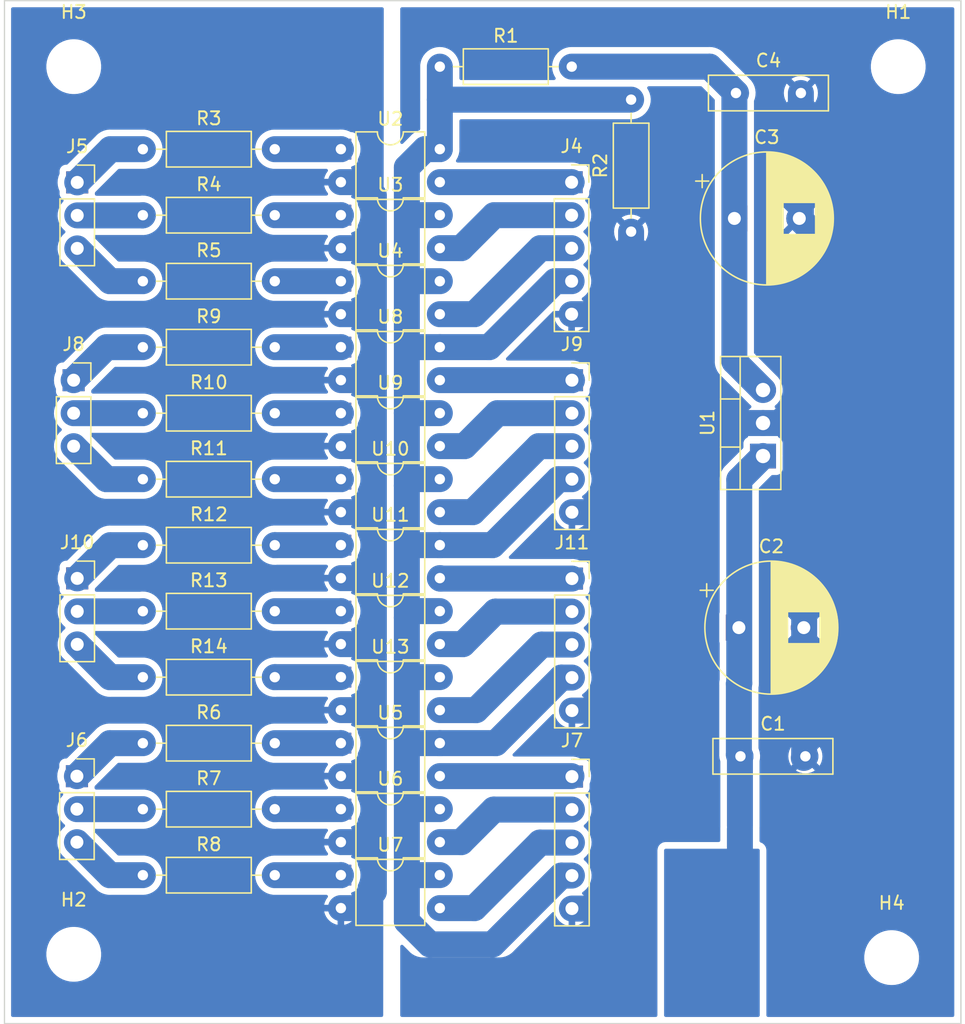
<source format=kicad_pcb>
(kicad_pcb (version 20211014) (generator pcbnew)
  (layers (0 "F.Cu" signal) (31 "B.Cu" signal) (34 "B.Paste" user) (35 "F.Paste" user) (36 "B.SilkS" user "B.Silkscreen") (37 "F.SilkS" user "F.Silkscreen") (38 "B.Mask" user) (39 "F.Mask" user) (44 "Edge.Cuts" user))
  (net 0 "")
  (net 1 "Aout")
  (net 2 "Bout")
  (net 3 "PWMout")
  (net 4 "PSB")
  (net 5 "GNDPWR")
  (net 6 "+12V")
  (net 7 "A")
  (net 8 "Net-(R3-Pad2)")
  (net 9 "B")
  (net 10 "Net-(R4-Pad2)")
  (net 11 "PWM")
  (net 12 "Net-(R5-Pad2)")
  (net 13 "+24V")
  (net 14 "GND")
  (net 15 "3A")
  (net 16 "3B")
  (net 17 "3PWM")
  (net 18 "3Aout")
  (net 19 "3Bout")
  (net 20 "3PWMout")
  (net 21 "1A")
  (net 22 "1B")
  (net 23 "1PWM")
  (net 24 "1Aout")
  (net 25 "1Bout")
  (net 26 "1PWMout")
  (net 27 "2A")
  (net 28 "2B")
  (net 29 "2PWM")
  (net 30 "2Aout")
  (net 31 "2Bout")
  (net 32 "2PWMout")
  (net 33 "Net-(R6-Pad2)")
  (net 34 "Net-(R7-Pad2)")
  (net 35 "Net-(R8-Pad2)")
  (net 36 "Net-(R9-Pad2)")
  (net 37 "Net-(R10-Pad2)")
  (net 38 "Net-(R11-Pad2)")
  (net 39 "Net-(R12-Pad2)")
  (net 40 "Net-(R13-Pad2)")
  (net 41 "Net-(R14-Pad2)")
  (footprint "Package_DIP:DIP-4_W7.62mm" (layer "F.Cu") (at 79.248 107.95)
    (fp_text reference "U10" (at 3.81 -2.33) (layer "F.SilkS"))
    (fp_text value "TLP222A")
    (pad "1" thru_hole rect (at 0 0) (size 1.6 1.6) (drill 0.8) (layers *.Cu *.Mask) (net 38 "Net-(R11-Pad2)"))
    (pad "2" thru_hole oval (at 0 2.54) (size 1.6 1.6) (drill 0.8) (layers *.Cu *.Mask) (net 14 "GND"))
    (pad "3" thru_hole oval (at 7.62 2.54) (size 1.6 1.6) (drill 0.8) (layers *.Cu *.Mask) (net 26 "1PWMout"))
    (pad "4" thru_hole oval (at 7.62 0) (size 1.6 1.6) (drill 0.8) (layers *.Cu *.Mask) (net 4 "PSB"))
  )
  (footprint "Connector_PinSocket_2.54mm:PinSocket_1x05_P2.54mm_Vertical" (layer "F.Cu") (at 97.018 85.095)
    (fp_text reference "J4" (at 0 -2.77) (layer "F.SilkS"))
    (fp_text value "Conn_01x05")
    (pad "1" thru_hole rect (at 0 0) (size 1.7 1.7) (drill 1) (layers *.Cu *.Mask) (net 1 "Aout"))
    (pad "2" thru_hole oval (at 0 2.54) (size 1.7 1.7) (drill 1) (layers *.Cu *.Mask) (net 2 "Bout"))
    (pad "3" thru_hole oval (at 0 5.08) (size 1.7 1.7) (drill 1) (layers *.Cu *.Mask) (net 3 "PWMout"))
    (pad "4" thru_hole oval (at 0 7.62) (size 1.7 1.7) (drill 1) (layers *.Cu *.Mask) (net 4 "PSB"))
    (pad "5" thru_hole oval (at 0 10.16) (size 1.7 1.7) (drill 1) (layers *.Cu *.Mask) (net 5 "GNDPWR"))
  )
  (footprint "Package_DIP:DIP-4_W7.62mm" (layer "F.Cu") (at 79.248 133.35)
    (fp_text reference "U6" (at 3.81 -2.33) (layer "F.SilkS"))
    (fp_text value "TLP222A")
    (pad "1" thru_hole rect (at 0 0) (size 1.6 1.6) (drill 0.8) (layers *.Cu *.Mask) (net 34 "Net-(R7-Pad2)"))
    (pad "2" thru_hole oval (at 0 2.54) (size 1.6 1.6) (drill 0.8) (layers *.Cu *.Mask) (net 14 "GND"))
    (pad "3" thru_hole oval (at 7.62 2.54) (size 1.6 1.6) (drill 0.8) (layers *.Cu *.Mask) (net 19 "3Bout"))
    (pad "4" thru_hole oval (at 7.62 0) (size 1.6 1.6) (drill 0.8) (layers *.Cu *.Mask) (net 4 "PSB"))
  )
  (footprint "Resistor_THT:R_Axial_DIN0207_L6.3mm_D2.5mm_P10.16mm_Horizontal" (layer "F.Cu") (at 63.998 133.355)
    (fp_text reference "R7" (at 5.08 -2.37) (layer "F.SilkS"))
    (fp_text value "100")
    (pad "1" thru_hole circle (at 0 0) (size 1.6 1.6) (drill 0.8) (layers *.Cu *.Mask) (net 16 "3B"))
    (pad "2" thru_hole oval (at 10.16 0) (size 1.6 1.6) (drill 0.8) (layers *.Cu *.Mask) (net 34 "Net-(R7-Pad2)"))
  )
  (footprint "Resistor_THT:R_Axial_DIN0207_L6.3mm_D2.5mm_P10.16mm_Horizontal" (layer "F.Cu") (at 63.998 102.875)
    (fp_text reference "R10" (at 5.08 -2.37) (layer "F.SilkS"))
    (fp_text value "100")
    (pad "1" thru_hole circle (at 0 0) (size 1.6 1.6) (drill 0.8) (layers *.Cu *.Mask) (net 22 "1B"))
    (pad "2" thru_hole oval (at 10.16 0) (size 1.6 1.6) (drill 0.8) (layers *.Cu *.Mask) (net 37 "Net-(R10-Pad2)"))
  )
  (footprint "Package_DIP:DIP-4_W7.62mm" (layer "F.Cu") (at 79.248 123.19)
    (fp_text reference "U13" (at 3.81 -2.33) (layer "F.SilkS"))
    (fp_text value "TLP222A")
    (pad "1" thru_hole rect (at 0 0) (size 1.6 1.6) (drill 0.8) (layers *.Cu *.Mask) (net 41 "Net-(R14-Pad2)"))
    (pad "2" thru_hole oval (at 0 2.54) (size 1.6 1.6) (drill 0.8) (layers *.Cu *.Mask) (net 14 "GND"))
    (pad "3" thru_hole oval (at 7.62 2.54) (size 1.6 1.6) (drill 0.8) (layers *.Cu *.Mask) (net 32 "2PWMout"))
    (pad "4" thru_hole oval (at 7.62 0) (size 1.6 1.6) (drill 0.8) (layers *.Cu *.Mask) (net 4 "PSB"))
  )
  (footprint "Resistor_THT:R_Axial_DIN0207_L6.3mm_D2.5mm_P10.16mm_Horizontal" (layer "F.Cu") (at 63.998 113.035)
    (fp_text reference "R12" (at 5.08 -2.37) (layer "F.SilkS"))
    (fp_text value "100")
    (pad "1" thru_hole circle (at 0 0) (size 1.6 1.6) (drill 0.8) (layers *.Cu *.Mask) (net 27 "2A"))
    (pad "2" thru_hole oval (at 10.16 0) (size 1.6 1.6) (drill 0.8) (layers *.Cu *.Mask) (net 39 "Net-(R12-Pad2)"))
  )
  (footprint "Connector_PinSocket_2.54mm:PinSocket_1x05_P2.54mm_Vertical" (layer "F.Cu") (at 97.043 130.845)
    (fp_text reference "J7" (at 0 -2.77) (layer "F.SilkS"))
    (fp_text value "Conn_01x05")
    (pad "1" thru_hole rect (at 0 0) (size 1.7 1.7) (drill 1) (layers *.Cu *.Mask) (net 18 "3Aout"))
    (pad "2" thru_hole oval (at 0 2.54) (size 1.7 1.7) (drill 1) (layers *.Cu *.Mask) (net 19 "3Bout"))
    (pad "3" thru_hole oval (at 0 5.08) (size 1.7 1.7) (drill 1) (layers *.Cu *.Mask) (net 20 "3PWMout"))
    (pad "4" thru_hole oval (at 0 7.62) (size 1.7 1.7) (drill 1) (layers *.Cu *.Mask) (net 4 "PSB"))
    (pad "5" thru_hole oval (at 0 10.16) (size 1.7 1.7) (drill 1) (layers *.Cu *.Mask) (net 5 "GNDPWR"))
  )
  (footprint "Capacitor_THT:CP_Radial_D10.0mm_P5.00mm" (layer "F.Cu") (at 109.554 87.884)
    (fp_text reference "C3" (at 2.5 -6.25) (layer "F.SilkS"))
    (fp_text value "10~100u")
    (pad "1" thru_hole rect (at 0 0) (size 2 2) (drill 1) (layers *.Cu *.Mask) (net 6 "+12V"))
    (pad "2" thru_hole circle (at 5 0) (size 2 2) (drill 1) (layers *.Cu *.Mask) (net 5 "GNDPWR"))
  )
  (footprint "Capacitor_THT:C_Disc_D9.0mm_W2.5mm_P5.00mm" (layer "F.Cu") (at 109.675677 78.232)
    (fp_text reference "C4" (at 2.5 -2.5) (layer "F.SilkS"))
    (fp_text value "0.1u")
    (pad "1" thru_hole circle (at 0 0) (size 1.6 1.6) (drill 0.8) (layers *.Cu *.Mask) (net 6 "+12V"))
    (pad "2" thru_hole circle (at 5 0) (size 1.6 1.6) (drill 0.8) (layers *.Cu *.Mask) (net 5 "GNDPWR"))
  )
  (footprint "Resistor_THT:R_Axial_DIN0207_L6.3mm_D2.5mm_P10.16mm_Horizontal" (layer "F.Cu") (at 63.998 97.795)
    (fp_text reference "R9" (at 5.08 -2.37) (layer "F.SilkS"))
    (fp_text value "100")
    (pad "1" thru_hole circle (at 0 0) (size 1.6 1.6) (drill 0.8) (layers *.Cu *.Mask) (net 21 "1A"))
    (pad "2" thru_hole oval (at 10.16 0) (size 1.6 1.6) (drill 0.8) (layers *.Cu *.Mask) (net 36 "Net-(R9-Pad2)"))
  )
  (footprint "Resistor_THT:R_Axial_DIN0207_L6.3mm_D2.5mm_P10.16mm_Horizontal" (layer "F.Cu") (at 63.998 138.435)
    (fp_text reference "R8" (at 5.08 -2.37) (layer "F.SilkS"))
    (fp_text value "100")
    (pad "1" thru_hole circle (at 0 0) (size 1.6 1.6) (drill 0.8) (layers *.Cu *.Mask) (net 17 "3PWM"))
    (pad "2" thru_hole oval (at 10.16 0) (size 1.6 1.6) (drill 0.8) (layers *.Cu *.Mask) (net 35 "Net-(R8-Pad2)"))
  )
  (footprint "Connector_PinSocket_2.54mm:PinSocket_1x03_P2.54mm_Vertical" (layer "F.Cu") (at 58.918 130.815)
    (fp_text reference "J6" (at 0 -2.77) (layer "F.SilkS"))
    (fp_text value "Conn_01x03")
    (pad "1" thru_hole rect (at 0 0) (size 1.7 1.7) (drill 1) (layers *.Cu *.Mask) (net 15 "3A"))
    (pad "2" thru_hole oval (at 0 2.54) (size 1.7 1.7) (drill 1) (layers *.Cu *.Mask) (net 16 "3B"))
    (pad "3" thru_hole oval (at 0 5.08) (size 1.7 1.7) (drill 1) (layers *.Cu *.Mask) (net 17 "3PWM"))
  )
  (footprint "Resistor_THT:R_Axial_DIN0207_L6.3mm_D2.5mm_P10.16mm_Horizontal" (layer "F.Cu") (at 86.868 76.2)
    (fp_text reference "R1" (at 5.08 -2.37) (layer "F.SilkS"))
    (fp_text value "1k")
    (pad "1" thru_hole circle (at 0 0) (size 1.6 1.6) (drill 0.8) (layers *.Cu *.Mask) (net 4 "PSB"))
    (pad "2" thru_hole oval (at 10.16 0) (size 1.6 1.6) (drill 0.8) (layers *.Cu *.Mask) (net 6 "+12V"))
  )
  (footprint "Package_DIP:DIP-4_W7.62mm" (layer "F.Cu") (at 79.248 97.79)
    (fp_text reference "U8" (at 3.81 -2.33) (layer "F.SilkS"))
    (fp_text value "TLP222A")
    (pad "1" thru_hole rect (at 0 0) (size 1.6 1.6) (drill 0.8) (layers *.Cu *.Mask) (net 36 "Net-(R9-Pad2)"))
    (pad "2" thru_hole oval (at 0 2.54) (size 1.6 1.6) (drill 0.8) (layers *.Cu *.Mask) (net 14 "GND"))
    (pad "3" thru_hole oval (at 7.62 2.54) (size 1.6 1.6) (drill 0.8) (layers *.Cu *.Mask) (net 24 "1Aout"))
    (pad "4" thru_hole oval (at 7.62 0) (size 1.6 1.6) (drill 0.8) (layers *.Cu *.Mask) (net 4 "PSB"))
  )
  (footprint "Resistor_THT:R_Axial_DIN0207_L6.3mm_D2.5mm_P10.16mm_Horizontal" (layer "F.Cu") (at 63.998 87.635)
    (fp_text reference "R4" (at 5.08 -2.37) (layer "F.SilkS"))
    (fp_text value "100")
    (pad "1" thru_hole circle (at 0 0) (size 1.6 1.6) (drill 0.8) (layers *.Cu *.Mask) (net 9 "B"))
    (pad "2" thru_hole oval (at 10.16 0) (size 1.6 1.6) (drill 0.8) (layers *.Cu *.Mask) (net 10 "Net-(R4-Pad2)"))
  )
  (footprint "Resistor_THT:R_Axial_DIN0207_L6.3mm_D2.5mm_P10.16mm_Horizontal" (layer "F.Cu") (at 63.998 92.715)
    (fp_text reference "R5" (at 5.08 -2.37) (layer "F.SilkS"))
    (fp_text value "100")
    (pad "1" thru_hole circle (at 0 0) (size 1.6 1.6) (drill 0.8) (layers *.Cu *.Mask) (net 11 "PWM"))
    (pad "2" thru_hole oval (at 10.16 0) (size 1.6 1.6) (drill 0.8) (layers *.Cu *.Mask) (net 12 "Net-(R5-Pad2)"))
  )
  (footprint "Resistor_THT:R_Axial_DIN0207_L6.3mm_D2.5mm_P10.16mm_Horizontal" (layer "F.Cu") (at 63.998 128.275)
    (fp_text reference "R6" (at 5.08 -2.37) (layer "F.SilkS"))
    (fp_text value "100")
    (pad "1" thru_hole circle (at 0 0) (size 1.6 1.6) (drill 0.8) (layers *.Cu *.Mask) (net 15 "3A"))
    (pad "2" thru_hole oval (at 10.16 0) (size 1.6 1.6) (drill 0.8) (layers *.Cu *.Mask) (net 33 "Net-(R6-Pad2)"))
  )
  (footprint "Capacitor_THT:CP_Radial_D10.0mm_P5.00mm" (layer "F.Cu") (at 109.900323 119.38)
    (fp_text reference "C2" (at 2.5 -6.25) (layer "F.SilkS"))
    (fp_text value "10~100u")
    (pad "1" thru_hole rect (at 0 0) (size 2 2) (drill 1) (layers *.Cu *.Mask) (net 13 "+24V"))
    (pad "2" thru_hole circle (at 5 0) (size 2 2) (drill 1) (layers *.Cu *.Mask) (net 5 "GNDPWR"))
  )
  (footprint "Connector_PinSocket_2.54mm:PinSocket_1x05_P2.54mm_Vertical" (layer "F.Cu") (at 97.043 100.335)
    (fp_text reference "J9" (at 0 -2.77) (layer "F.SilkS"))
    (fp_text value "Conn_01x05")
    (pad "1" thru_hole rect (at 0 0) (size 1.7 1.7) (drill 1) (layers *.Cu *.Mask) (net 24 "1Aout"))
    (pad "2" thru_hole oval (at 0 2.54) (size 1.7 1.7) (drill 1) (layers *.Cu *.Mask) (net 25 "1Bout"))
    (pad "3" thru_hole oval (at 0 5.08) (size 1.7 1.7) (drill 1) (layers *.Cu *.Mask) (net 26 "1PWMout"))
    (pad "4" thru_hole oval (at 0 7.62) (size 1.7 1.7) (drill 1) (layers *.Cu *.Mask) (net 4 "PSB"))
    (pad "5" thru_hole oval (at 0 10.16) (size 1.7 1.7) (drill 1) (layers *.Cu *.Mask) (net 5 "GNDPWR"))
  )
  (footprint "Package_DIP:DIP-4_W7.62mm" (layer "F.Cu") (at 79.248 102.87)
    (fp_text reference "U9" (at 3.81 -2.33) (layer "F.SilkS"))
    (fp_text value "TLP222A")
    (pad "1" thru_hole rect (at 0 0) (size 1.6 1.6) (drill 0.8) (layers *.Cu *.Mask) (net 37 "Net-(R10-Pad2)"))
    (pad "2" thru_hole oval (at 0 2.54) (size 1.6 1.6) (drill 0.8) (layers *.Cu *.Mask) (net 14 "GND"))
    (pad "3" thru_hole oval (at 7.62 2.54) (size 1.6 1.6) (drill 0.8) (layers *.Cu *.Mask) (net 25 "1Bout"))
    (pad "4" thru_hole oval (at 7.62 0) (size 1.6 1.6) (drill 0.8) (layers *.Cu *.Mask) (net 4 "PSB"))
  )
  (footprint "Capacitor_THT:C_Disc_D9.0mm_W2.5mm_P5.00mm" (layer "F.Cu") (at 110.022 129.286)
    (fp_text reference "C1" (at 2.5 -2.5) (layer "F.SilkS"))
    (fp_text value "0.1u")
    (pad "1" thru_hole circle (at 0 0) (size 1.6 1.6) (drill 0.8) (layers *.Cu *.Mask) (net 13 "+24V"))
    (pad "2" thru_hole circle (at 5 0) (size 1.6 1.6) (drill 0.8) (layers *.Cu *.Mask) (net 5 "GNDPWR"))
  )
  (footprint "Resistor_THT:R_Axial_DIN0207_L6.3mm_D2.5mm_P10.16mm_Horizontal" (layer "F.Cu") (at 101.6 88.9 90)
    (fp_text reference "R2" (at 5.08 -2.37 90) (layer "F.SilkS"))
    (fp_text value "2k")
    (pad "1" thru_hole circle (at 0 0 90) (size 1.6 1.6) (drill 0.8) (layers *.Cu *.Mask) (net 5 "GNDPWR"))
    (pad "2" thru_hole oval (at 10.16 0 90) (size 1.6 1.6) (drill 0.8) (layers *.Cu *.Mask) (net 4 "PSB"))
  )
  (footprint "MountingHole:MountingHole_3.2mm_M3" (layer "F.Cu") (at 58.674 76.2)
    (fp_text reference "H3" (at 0 -4.2) (layer "F.SilkS"))
    (fp_text value "MountingHole")
    (pad "" np_thru_hole circle (at 0 0) (size 3.2 3.2) (drill 3.2) (layers *.Cu *.Mask))
  )
  (footprint "Resistor_THT:R_Axial_DIN0207_L6.3mm_D2.5mm_P10.16mm_Horizontal" (layer "F.Cu") (at 63.998 123.195)
    (fp_text reference "R14" (at 5.08 -2.37) (layer "F.SilkS"))
    (fp_text value "100")
    (pad "1" thru_hole circle (at 0 0) (size 1.6 1.6) (drill 0.8) (layers *.Cu *.Mask) (net 29 "2PWM"))
    (pad "2" thru_hole oval (at 10.16 0) (size 1.6 1.6) (drill 0.8) (layers *.Cu *.Mask) (net 41 "Net-(R14-Pad2)"))
  )
  (footprint "Package_DIP:DIP-4_W7.62mm" (layer "F.Cu") (at 79.248 128.27)
    (fp_text reference "U5" (at 3.81 -2.33) (layer "F.SilkS"))
    (fp_text value "TLP222A")
    (pad "1" thru_hole rect (at 0 0) (size 1.6 1.6) (drill 0.8) (layers *.Cu *.Mask) (net 33 "Net-(R6-Pad2)"))
    (pad "2" thru_hole oval (at 0 2.54) (size 1.6 1.6) (drill 0.8) (layers *.Cu *.Mask) (net 14 "GND"))
    (pad "3" thru_hole oval (at 7.62 2.54) (size 1.6 1.6) (drill 0.8) (layers *.Cu *.Mask) (net 18 "3Aout"))
    (pad "4" thru_hole oval (at 7.62 0) (size 1.6 1.6) (drill 0.8) (layers *.Cu *.Mask) (net 4 "PSB"))
  )
  (footprint "Package_DIP:DIP-4_W7.62mm" (layer "F.Cu") (at 79.248 118.11)
    (fp_text reference "U12" (at 3.81 -2.33) (layer "F.SilkS"))
    (fp_text value "TLP222A")
    (pad "1" thru_hole rect (at 0 0) (size 1.6 1.6) (drill 0.8) (layers *.Cu *.Mask) (net 40 "Net-(R13-Pad2)"))
    (pad "2" thru_hole oval (at 0 2.54) (size 1.6 1.6) (drill 0.8) (layers *.Cu *.Mask) (net 14 "GND"))
    (pad "3" thru_hole oval (at 7.62 2.54) (size 1.6 1.6) (drill 0.8) (layers *.Cu *.Mask) (net 31 "2Bout"))
    (pad "4" thru_hole oval (at 7.62 0) (size 1.6 1.6) (drill 0.8) (layers *.Cu *.Mask) (net 4 "PSB"))
  )
  (footprint "Package_DIP:DIP-4_W7.62mm" (layer "F.Cu") (at 79.248 82.55)
    (fp_text reference "U2" (at 3.81 -2.33) (layer "F.SilkS"))
    (fp_text value "TLP222A")
    (pad "1" thru_hole rect (at 0 0) (size 1.6 1.6) (drill 0.8) (layers *.Cu *.Mask) (net 8 "Net-(R3-Pad2)"))
    (pad "2" thru_hole oval (at 0 2.54) (size 1.6 1.6) (drill 0.8) (layers *.Cu *.Mask) (net 14 "GND"))
    (pad "3" thru_hole oval (at 7.62 2.54) (size 1.6 1.6) (drill 0.8) (layers *.Cu *.Mask) (net 1 "Aout"))
    (pad "4" thru_hole oval (at 7.62 0) (size 1.6 1.6) (drill 0.8) (layers *.Cu *.Mask) (net 4 "PSB"))
  )
  (footprint "Package_DIP:DIP-4_W7.62mm" (layer "F.Cu") (at 79.248 87.63)
    (fp_text reference "U3" (at 3.81 -2.33) (layer "F.SilkS"))
    (fp_text value "TLP222A")
    (pad "1" thru_hole rect (at 0 0) (size 1.6 1.6) (drill 0.8) (layers *.Cu *.Mask) (net 10 "Net-(R4-Pad2)"))
    (pad "2" thru_hole oval (at 0 2.54) (size 1.6 1.6) (drill 0.8) (layers *.Cu *.Mask) (net 14 "GND"))
    (pad "3" thru_hole oval (at 7.62 2.54) (size 1.6 1.6) (drill 0.8) (layers *.Cu *.Mask) (net 2 "Bout"))
    (pad "4" thru_hole oval (at 7.62 0) (size 1.6 1.6) (drill 0.8) (layers *.Cu *.Mask) (net 4 "PSB"))
  )
  (footprint "Resistor_THT:R_Axial_DIN0207_L6.3mm_D2.5mm_P10.16mm_Horizontal" (layer "F.Cu") (at 63.998 118.115)
    (fp_text reference "R13" (at 5.08 -2.37) (layer "F.SilkS"))
    (fp_text value "100")
    (pad "1" thru_hole circle (at 0 0) (size 1.6 1.6) (drill 0.8) (layers *.Cu *.Mask) (net 28 "2B"))
    (pad "2" thru_hole oval (at 10.16 0) (size 1.6 1.6) (drill 0.8) (layers *.Cu *.Mask) (net 40 "Net-(R13-Pad2)"))
  )
  (footprint "Resistor_THT:R_Axial_DIN0207_L6.3mm_D2.5mm_P10.16mm_Horizontal" (layer "F.Cu") (at 63.998 82.555)
    (fp_text reference "R3" (at 5.08 -2.37) (layer "F.SilkS"))
    (fp_text value "100")
    (pad "1" thru_hole circle (at 0 0) (size 1.6 1.6) (drill 0.8) (layers *.Cu *.Mask) (net 7 "A"))
    (pad "2" thru_hole oval (at 10.16 0) (size 1.6 1.6) (drill 0.8) (layers *.Cu *.Mask) (net 8 "Net-(R3-Pad2)"))
  )
  (footprint "MountingHole:MountingHole_3.2mm_M3" (layer "F.Cu") (at 58.674 144.526)
    (fp_text reference "H2" (at 0 -4.2) (layer "F.SilkS"))
    (fp_text value "MountingHole")
    (pad "" np_thru_hole circle (at 0 0) (size 3.2 3.2) (drill 3.2) (layers *.Cu *.Mask))
  )
  (footprint "Connector_PinSocket_2.54mm:PinSocket_1x03_P2.54mm_Vertical" (layer "F.Cu") (at 58.664 100.335)
    (fp_text reference "J8" (at 0 -2.77) (layer "F.SilkS"))
    (fp_text value "Conn_01x03")
    (pad "1" thru_hole rect (at 0 0) (size 1.7 1.7) (drill 1) (layers *.Cu *.Mask) (net 21 "1A"))
    (pad "2" thru_hole oval (at 0 2.54) (size 1.7 1.7) (drill 1) (layers *.Cu *.Mask) (net 22 "1B"))
    (pad "3" thru_hole oval (at 0 5.08) (size 1.7 1.7) (drill 1) (layers *.Cu *.Mask) (net 23 "1PWM"))
  )
  (footprint "Resistor_THT:R_Axial_DIN0207_L6.3mm_D2.5mm_P10.16mm_Horizontal" (layer "F.Cu") (at 63.998 107.955)
    (fp_text reference "R11" (at 5.08 -2.37) (layer "F.SilkS"))
    (fp_text value "100")
    (pad "1" thru_hole circle (at 0 0) (size 1.6 1.6) (drill 0.8) (layers *.Cu *.Mask) (net 23 "1PWM"))
    (pad "2" thru_hole oval (at 10.16 0) (size 1.6 1.6) (drill 0.8) (layers *.Cu *.Mask) (net 38 "Net-(R11-Pad2)"))
  )
  (footprint "Package_DIP:DIP-4_W7.62mm" (layer "F.Cu") (at 79.248 113.03)
    (fp_text reference "U11" (at 3.81 -2.33) (layer "F.SilkS"))
    (fp_text value "TLP222A")
    (pad "1" thru_hole rect (at 0 0) (size 1.6 1.6) (drill 0.8) (layers *.Cu *.Mask) (net 39 "Net-(R12-Pad2)"))
    (pad "2" thru_hole oval (at 0 2.54) (size 1.6 1.6) (drill 0.8) (layers *.Cu *.Mask) (net 14 "GND"))
    (pad "3" thru_hole oval (at 7.62 2.54) (size 1.6 1.6) (drill 0.8) (layers *.Cu *.Mask) (net 30 "2Aout"))
    (pad "4" thru_hole oval (at 7.62 0) (size 1.6 1.6) (drill 0.8) (layers *.Cu *.Mask) (net 4 "PSB"))
  )
  (footprint "Connector_PinSocket_2.54mm:PinSocket_1x03_P2.54mm_Vertical" (layer "F.Cu") (at 58.943 85.11)
    (fp_text reference "J5" (at 0 -2.77) (layer "F.SilkS"))
    (fp_text value "Conn_01x03")
    (pad "1" thru_hole rect (at 0 0) (size 1.7 1.7) (drill 1) (layers *.Cu *.Mask) (net 7 "A"))
    (pad "2" thru_hole oval (at 0 2.54) (size 1.7 1.7) (drill 1) (layers *.Cu *.Mask) (net 9 "B"))
    (pad "3" thru_hole oval (at 0 5.08) (size 1.7 1.7) (drill 1) (layers *.Cu *.Mask) (net 11 "PWM"))
  )
  (footprint "Package_DIP:DIP-4_W7.62mm" (layer "F.Cu") (at 79.248 138.43)
    (fp_text reference "U7" (at 3.81 -2.33) (layer "F.SilkS"))
    (fp_text value "TLP222A")
    (pad "1" thru_hole rect (at 0 0) (size 1.6 1.6) (drill 0.8) (layers *.Cu *.Mask) (net 35 "Net-(R8-Pad2)"))
    (pad "2" thru_hole oval (at 0 2.54) (size 1.6 1.6) (drill 0.8) (layers *.Cu *.Mask) (net 14 "GND"))
    (pad "3" thru_hole oval (at 7.62 2.54) (size 1.6 1.6) (drill 0.8) (layers *.Cu *.Mask) (net 20 "3PWMout"))
    (pad "4" thru_hole oval (at 7.62 0) (size 1.6 1.6) (drill 0.8) (layers *.Cu *.Mask) (net 4 "PSB"))
  )
  (footprint "Package_DIP:DIP-4_W7.62mm" (layer "F.Cu") (at 79.248 92.715)
    (fp_text reference "U4" (at 3.81 -2.33) (layer "F.SilkS"))
    (fp_text value "TLP222A")
    (pad "1" thru_hole rect (at 0 0) (size 1.6 1.6) (drill 0.8) (layers *.Cu *.Mask) (net 12 "Net-(R5-Pad2)"))
    (pad "2" thru_hole oval (at 0 2.54) (size 1.6 1.6) (drill 0.8) (layers *.Cu *.Mask) (net 14 "GND"))
    (pad "3" thru_hole oval (at 7.62 2.54) (size 1.6 1.6) (drill 0.8) (layers *.Cu *.Mask) (net 3 "PWMout"))
    (pad "4" thru_hole oval (at 7.62 0) (size 1.6 1.6) (drill 0.8) (layers *.Cu *.Mask) (net 4 "PSB"))
  )
  (footprint "Connector_PinSocket_2.54mm:PinSocket_1x03_P2.54mm_Vertical" (layer "F.Cu") (at 58.943 115.59)
    (fp_text reference "J10" (at 0 -2.77) (layer "F.SilkS"))
    (fp_text value "Conn_01x03")
    (pad "1" thru_hole rect (at 0 0) (size 1.7 1.7) (drill 1) (layers *.Cu *.Mask) (net 27 "2A"))
    (pad "2" thru_hole oval (at 0 2.54) (size 1.7 1.7) (drill 1) (layers *.Cu *.Mask) (net 28 "2B"))
    (pad "3" thru_hole oval (at 0 5.08) (size 1.7 1.7) (drill 1) (layers *.Cu *.Mask) (net 29 "2PWM"))
  )
  (footprint "Package_TO_SOT_THT:TO-220-3_Vertical" (layer "F.Cu") (at 111.76 106.172 90)
    (fp_text reference "U1" (at 2.54 -4.27 90) (layer "F.SilkS"))
    (fp_text value "LM7812_TO220")
    (pad "1" thru_hole rect (at 0 0 90) (size 1.905 2) (drill 1.1) (layers *.Cu *.Mask) (net 13 "+24V"))
    (pad "2" thru_hole oval (at 2.54 0 90) (size 1.905 2) (drill 1.1) (layers *.Cu *.Mask) (net 5 "GNDPWR"))
    (pad "3" thru_hole oval (at 5.08 0 90) (size 1.905 2) (drill 1.1) (layers *.Cu *.Mask) (net 6 "+12V"))
  )
  (footprint "MountingHole:MountingHole_3.2mm_M3" (layer "F.Cu") (at 121.666 144.78)
    (fp_text reference "H4" (at 0 -4.2) (layer "F.SilkS"))
    (fp_text value "MountingHole")
    (pad "" np_thru_hole circle (at 0 0) (size 3.2 3.2) (drill 3.2) (layers *.Cu *.Mask))
  )
  (footprint "MountingHole:MountingHole_3.2mm_M3" (layer "F.Cu") (at 122.174 76.2)
    (fp_text reference "H1" (at 0 -4.2) (layer "F.SilkS"))
    (fp_text value "MountingHole")
    (pad "" np_thru_hole circle (at 0 0) (size 3.2 3.2) (drill 3.2) (layers *.Cu *.Mask))
  )
  (footprint "Connector_PinSocket_2.54mm:PinSocket_1x05_P2.54mm_Vertical" (layer "F.Cu") (at 97.043 115.605)
    (fp_text reference "J11" (at 0 -2.77) (layer "F.SilkS"))
    (fp_text value "Conn_01x05")
    (pad "1" thru_hole rect (at 0 0) (size 1.7 1.7) (drill 1) (layers *.Cu *.Mask) (net 30 "2Aout"))
    (pad "2" thru_hole oval (at 0 2.54) (size 1.7 1.7) (drill 1) (layers *.Cu *.Mask) (net 31 "2Bout"))
    (pad "3" thru_hole oval (at 0 5.08) (size 1.7 1.7) (drill 1) (layers *.Cu *.Mask) (net 32 "2PWMout"))
    (pad "4" thru_hole oval (at 0 7.62) (size 1.7 1.7) (drill 1) (layers *.Cu *.Mask) (net 4 "PSB"))
    (pad "5" thru_hole oval (at 0 10.16) (size 1.7 1.7) (drill 1) (layers *.Cu *.Mask) (net 5 "GNDPWR"))
  )
  (gr_line (start 53.34 149.86) (end 127 149.86) (layer "Edge.Cuts") (width 0.1))
  (gr_line (start 127 71.12) (end 53.34 71.12) (layer "Edge.Cuts") (width 0.1))
  (gr_line (start 53.34 71.12) (end 53.34 149.86) (layer "Edge.Cuts") (width 0.1))
  (gr_line (start 127 149.86) (end 127 71.12) (layer "Edge.Cuts") (width 0.1))
  (segment (start 86.868 85.09) (end 97.013 85.09) (width 2) (layer "B.Cu") (net 1))
  (segment (start 97.013 85.09) (end 97.018 85.095) (width 2) (layer "B.Cu") (net 1))
  (segment (start 97.018 87.635) (end 91.054 87.635) (width 2) (layer "B.Cu") (net 2))
  (segment (start 91.054 87.635) (end 88.519 90.17) (width 2) (layer "B.Cu") (net 2))
  (segment (start 86.868 90.17) (end 88.519 90.17) (width 2) (layer "B.Cu") (net 2))
  (segment (start 86.868 95.255) (end 89.53 95.255) (width 2) (layer "B.Cu") (net 3))
  (segment (start 94.61 90.175) (end 97.018 90.175) (width 2) (layer "B.Cu") (net 3))
  (segment (start 89.53 95.255) (end 94.61 90.175) (width 2) (layer "B.Cu") (net 3))
  (segment (start 84.836 97.79) (end 84.328 97.282) (width 2) (layer "B.Cu") (net 4))
  (segment (start 84.836 118.11) (end 84.328 118.618) (width 2) (layer "B.Cu") (net 4))
  (segment (start 84.328 108.458) (end 84.328 112.522) (width 2) (layer "B.Cu") (net 4))
  (segment (start 95.753 92.715) (end 97.018 92.715) (width 2) (layer "B.Cu") (net 4))
  (segment (start 84.836 107.95) (end 84.328 108.458) (width 2) (layer "B.Cu") (net 4))
  (segment (start 84.582 128.27) (end 84.328 128.016) (width 2) (layer "B.Cu") (net 4))
  (segment (start 86.868 97.79) (end 90.678 97.79) (width 2) (layer "B.Cu") (net 4))
  (segment (start 86.868 113.03) (end 84.836 113.03) (width 2) (layer "B.Cu") (net 4))
  (segment (start 86.868 82.55) (end 85.73663 82.55) (width 2) (layer "B.Cu") (net 4))
  (segment (start 84.328 122.682) (end 84.328 128.016) (width 2) (layer "B.Cu") (net 4))
  (segment (start 96.231 123.225) (end 91.186 128.27) (width 2) (layer "B.Cu") (net 4))
  (segment (start 84.328 112.522) (end 84.328 118.618) (width 2) (layer "B.Cu") (net 4))
  (segment (start 97.043 123.225) (end 96.231 123.225) (width 2) (layer "B.Cu") (net 4))
  (segment (start 84.328 87.122) (end 84.328 92.202) (width 2) (layer "B.Cu") (net 4))
  (segment (start 85.73663 82.55) (end 84.328 83.95863) (width 2) (layer "B.Cu") (net 4))
  (segment (start 86.868 87.63) (end 84.836 87.63) (width 2) (layer "B.Cu") (net 4))
  (segment (start 90.932 113.03) (end 86.868 113.03) (width 2) (layer "B.Cu") (net 4))
  (segment (start 96.007 107.955) (end 90.932 113.03) (width 2) (layer "B.Cu") (net 4))
  (segment (start 96.231 138.465) (end 90.932 143.764) (width 2) (layer "B.Cu") (net 4))
  (segment (start 97.043 107.955) (end 96.007 107.955) (width 2) (layer "B.Cu") (net 4))
  (segment (start 84.841 92.715) (end 84.328 92.202) (width 2) (layer "B.Cu") (net 4))
  (segment (start 84.328 97.282) (end 84.328 102.87) (width 2) (layer "B.Cu") (net 4))
  (segment (start 84.328 128.016) (end 84.328 133.096) (width 2) (layer "B.Cu") (net 4))
  (segment (start 86.868 92.715) (end 84.841 92.715) (width 2) (layer "B.Cu") (net 4))
  (segment (start 84.836 123.19) (end 84.328 122.682) (width 2) (layer "B.Cu") (net 4))
  (segment (start 86.868 133.35) (end 84.582 133.35) (width 2) (layer "B.Cu") (net 4))
  (segment (start 90.678 97.79) (end 95.753 92.715) (width 2) (layer "B.Cu") (net 4))
  (segment (start 86.868 118.11) (end 84.836 118.11) (width 2) (layer "B.Cu") (net 4))
  (segment (start 84.328 133.096) (end 84.328 137.922) (width 2) (layer "B.Cu") (net 4))
  (segment (start 84.328 118.618) (end 84.328 122.682) (width 2) (layer "B.Cu") (net 4))
  (segment (start 86.868 123.19) (end 84.836 123.19) (width 2) (layer "B.Cu") (net 4))
  (segment (start 86.106 143.764) (end 84.328 141.986) (width 2) (layer "B.Cu") (net 4))
  (segment (start 84.328 83.95863) (end 84.328 87.122) (width 2) (layer "B.Cu") (net 4))
  (segment (start 101.6 78.74) (end 86.868 78.74) (width 2) (layer "B.Cu") (net 4))
  (segment (start 86.868 128.27) (end 84.582 128.27) (width 2) (layer "B.Cu") (net 4))
  (segment (start 86.868 78.74) (end 86.868 76.2) (width 2) (layer "B.Cu") (net 4))
  (segment (start 90.932 143.764) (end 86.106 143.764) (width 2) (layer "B.Cu") (net 4))
  (segment (start 84.836 138.43) (end 86.868 138.43) (width 2) (layer "B.Cu") (net 4))
  (segment (start 84.328 92.202) (end 84.328 97.282) (width 2) (layer "B.Cu") (net 4))
  (segment (start 84.582 133.35) (end 84.328 133.096) (width 2) (layer "B.Cu") (net 4))
  (segment (start 84.836 87.63) (end 84.328 87.122) (width 2) (layer "B.Cu") (net 4))
  (segment (start 84.328 137.922) (end 84.836 138.43) (width 2) (layer "B.Cu") (net 4))
  (segment (start 86.868 102.87) (end 84.328 102.87) (width 2) (layer "B.Cu") (net 4))
  (segment (start 86.868 107.95) (end 84.836 107.95) (width 2) (layer "B.Cu") (net 4))
  (segment (start 86.868 97.79) (end 84.836 97.79) (width 2) (layer "B.Cu") (net 4))
  (segment (start 84.836 113.03) (end 84.328 112.522) (width 2) (layer "B.Cu") (net 4))
  (segment (start 84.328 141.986) (end 84.328 137.922) (width 2) (layer "B.Cu") (net 4))
  (segment (start 97.043 138.465) (end 96.231 138.465) (width 2) (layer "B.Cu") (net 4))
  (segment (start 91.186 128.27) (end 86.868 128.27) (width 2) (layer "B.Cu") (net 4))
  (segment (start 86.868 82.55) (end 86.868 78.74) (width 2) (layer "B.Cu") (net 4))
  (segment (start 84.328 102.87) (end 84.328 108.458) (width 2) (layer "B.Cu") (net 4))
  (segment (start 116.078 100.584) (end 116.078 89.408) (width 2) (layer "B.Cu") (net 5))
  (segment (start 116.078 89.408) (end 114.554 87.884) (width 2) (layer "B.Cu") (net 5))
  (segment (start 113.03 103.632) (end 116.078 100.584) (width 2) (layer "B.Cu") (net 5))
  (segment (start 111.76 103.632) (end 113.03 103.632) (width 2) (layer "B.Cu") (net 5))
  (segment (start 101.6 95.504) (end 101.6 98.806) (width 2) (layer "B.Cu") (net 5))
  (segment (start 114.675677 78.232) (end 114.675677 87.762323) (width 2) (layer "B.Cu") (net 5))
  (segment (start 115.022 129.286) (end 114.900323 129.407677) (width 2) (layer "B.Cu") (net 5))
  (segment (start 101.6 110.744) (end 101.6 126.492) (width 2) (layer "B.Cu") (net 5))
  (segment (start 111.76 103.632) (end 101.854 103.632) (width 2) (layer "B.Cu") (net 5))
  (segment (start 97.018 95.255) (end 101.351 95.255) (width 2) (layer "B.Cu") (net 5))
  (segment (start 99.279 141.005) (end 97.043 141.005) (width 2) (layer "B.Cu") (net 5))
  (segment (start 116.078 100.584) (end 114.929677 101.732323) (width 2) (layer "B.Cu") (net 5))
  (segment (start 101.6 98.806) (end 101.6 110.744) (width 2) (layer "B.Cu") (net 5))
  (segment (start 100.873 125.765) (end 101.6 126.492) (width 2) (layer "B.Cu") (net 5))
  (segment (start 101.351 95.255) (end 101.6 95.504) (width 2) (layer "B.Cu") (net 5))
  (segment (start 114.929677 129.193677) (end 115.022 129.286) (width 2) (layer "B.Cu") (net 5))
  (segment (start 114.675677 87.762323) (end 114.554 87.884) (width 2) (layer "B.Cu") (net 5))
  (segment (start 101.6 88.9) (end 101.6 95.504) (width 2) (layer "B.Cu") (net 5))
  (segment (start 97.043 110.495) (end 101.351 110.495) (width 2) (layer "B.Cu") (net 5))
  (segment (start 101.351 110.495) (end 101.6 110.744) (width 2) (layer "B.Cu") (net 5))
  (segment (start 101.6 126.492) (end 101.6 138.684) (width 2) (layer "B.Cu") (net 5))
  (segment (start 114.929677 101.732323) (end 114.929677 129.193677) (width 2) (layer "B.Cu") (net 5))
  (segment (start 101.6 138.684) (end 99.279 141.005) (width 2) (layer "B.Cu") (net 5))
  (segment (start 97.043 125.765) (end 100.873 125.765) (width 2) (layer "B.Cu") (net 5))
  (segment (start 109.554 87.884) (end 109.554 98.886) (width 2) (layer "B.Cu") (net 6))
  (segment (start 109.554 78.353677) (end 109.675677 78.232) (width 2) (layer "B.Cu") (net 6))
  (segment (start 109.554 87.884) (end 109.554 78.353677) (width 2) (layer "B.Cu") (net 6))
  (segment (start 109.554 98.886) (end 111.76 101.092) (width 2) (layer "B.Cu") (net 6))
  (segment (start 107.643677 76.2) (end 109.675677 78.232) (width 2) (layer "B.Cu") (net 6))
  (segment (start 97.028 76.2) (end 107.643677 76.2) (width 2) (layer "B.Cu") (net 6))
  (segment (start 63.998 82.555) (end 61.498 82.555) (width 2) (layer "B.Cu") (net 7))
  (segment (start 61.498 82.555) (end 58.943 85.11) (width 2) (layer "B.Cu") (net 7))
  (segment (start 79.243 82.555) (end 79.248 82.55) (width 2) (layer "B.Cu") (net 8))
  (segment (start 74.158 82.555) (end 79.243 82.555) (width 2) (layer "B.Cu") (net 8))
  (segment (start 63.983 87.65) (end 63.998 87.635) (width 2) (layer "B.Cu") (net 9))
  (segment (start 58.943 87.65) (end 63.983 87.65) (width 2) (layer "B.Cu") (net 9))
  (segment (start 79.243 87.635) (end 79.248 87.63) (width 2) (layer "B.Cu") (net 10))
  (segment (start 74.158 87.635) (end 79.243 87.635) (width 2) (layer "B.Cu") (net 10))
  (segment (start 61.468 92.715) (end 58.943 90.19) (width 2) (layer "B.Cu") (net 11))
  (segment (start 63.998 92.715) (end 61.468 92.715) (width 2) (layer "B.Cu") (net 11))
  (segment (start 74.158 92.715) (end 79.248 92.715) (width 2) (layer "B.Cu") (net 12))
  (segment (start 111.76 106.172) (end 109.929677 108.002323) (width 2) (layer "B.Cu") (net 13))
  (segment (start 109.982 134.62) (end 109.982 129.246) (width 2) (layer "B.Cu") (net 13))
  (segment (start 109.982 129.246) (end 110.022 129.286) (width 2) (layer "B.Cu") (net 13))
  (segment (start 109.98 134.888) (end 109.98 138.31) (width 2) (layer "B.Cu") (net 13))
  (segment (start 109.98 138.31) (end 110 138.33) (width 2) (layer "B.Cu") (net 13))
  (segment (start 109.929677 123.668646) (end 109.900323 123.698) (width 2) (layer "B.Cu") (net 13))
  (segment (start 109.900323 129.164323) (end 110.022 129.286) (width 2) (layer "B.Cu") (net 13))
  (segment (start 109.982 137.16) (end 109.982 138.684) (width 2) (layer "B.Cu") (net 13))
  (segment (start 109.900323 123.698) (end 109.900323 129.164323) (width 2) (layer "B.Cu") (net 13))
  (segment (start 109.929677 108.002323) (end 109.929677 123.668646) (width 2) (layer "B.Cu") (net 13))
  (segment (start 81.788 130.042526) (end 81.788 136.657474) (width 2) (layer "B.Cu") (net 14))
  (segment (start 79.248 100.33) (end 81.788 100.33) (width 2) (layer "B.Cu") (net 14))
  (segment (start 81.788 86.106) (end 80.772 85.09) (width 2) (layer "B.Cu") (net 14))
  (segment (start 79.248 125.73) (end 81.788 125.73) (width 2) (layer "B.Cu") (net 14))
  (segment (start 81.788 116.337474) (end 81.788 120.390526) (width 2) (layer "B.Cu") (net 14))
  (segment (start 79.248 90.17) (end 81.788 90.17) (width 2) (layer "B.Cu") (net 14))
  (segment (start 81.788 99.816526) (end 81.788 110.749474) (width 2) (layer "B.Cu") (net 14))
  (segment (start 81.788 110.749474) (end 81.788 116.337474) (width 2) (layer "B.Cu") (net 14))
  (segment (start 79.248 130.81) (end 81.534 130.81) (width 2) (layer "B.Cu") (net 14))
  (segment (start 79.248 135.89) (end 81.534 135.89) (width 2) (layer "B.Cu") (net 14))
  (segment (start 79.248 105.41) (end 81.788 105.41) (width 2) (layer "B.Cu") (net 14))
  (segment (start 81.788 90.683474) (end 81.788 95.255474) (width 2) (layer "B.Cu") (net 14))
  (segment (start 79.248 120.65) (end 81.788 120.65) (width 2) (layer "B.Cu") (net 14))
  (segment (start 80.512526 140.97) (end 79.248 140.97) (width 2) (layer "B.Cu") (net 14))
  (segment (start 81.788 139.694526) (end 80.512526 140.97) (width 2) (layer "B.Cu") (net 14))
  (segment (start 79.248 115.57) (end 81.534 115.57) (width 2) (layer "B.Cu") (net 14))
  (segment (start 81.788 120.390526) (end 81.788 130.042526) (width 2) (layer "B.Cu") (net 14))
  (segment (start 79.248 110.49) (end 81.788 110.49) (width 2) (layer "B.Cu") (net 14))
  (segment (start 81.788 136.657474) (end 81.788 139.694526) (width 2) (layer "B.Cu") (net 14))
  (segment (start 79.248 95.255) (end 81.788 95.255) (width 2) (layer "B.Cu") (net 14))
  (segment (start 81.788 95.255474) (end 81.788 99.816526) (width 2) (layer "B.Cu") (net 14))
  (segment (start 80.772 85.09) (end 79.248 85.09) (width 2) (layer "B.Cu") (net 14))
  (segment (start 81.788 86.365474) (end 81.788 90.683474) (width 2) (layer "B.Cu") (net 14))
  (segment (start 63.998 128.275) (end 61.458 128.275) (width 2) (layer "B.Cu") (net 15))
  (segment (start 61.458 128.275) (end 58.918 130.815) (width 2) (layer "B.Cu") (net 15))
  (segment (start 63.998 133.355) (end 58.918 133.355) (width 2) (layer "B.Cu") (net 16))
  (segment (start 63.998 138.435) (end 61.458 138.435) (width 2) (layer "B.Cu") (net 17))
  (segment (start 61.458 138.435) (end 58.918 135.895) (width 2) (layer "B.Cu") (net 17))
  (segment (start 86.868 130.81) (end 97.008 130.81) (width 2) (layer "B.Cu") (net 18))
  (segment (start 86.868 135.89) (end 88.519 135.89) (width 2) (layer "B.Cu") (net 19))
  (segment (start 91.024 133.385) (end 88.519 135.89) (width 2) (layer "B.Cu") (net 19))
  (segment (start 97.043 133.385) (end 91.024 133.385) (width 2) (layer "B.Cu") (net 19))
  (segment (start 97.043 135.925) (end 94.58 135.925) (width 2) (layer "B.Cu") (net 20))
  (segment (start 94.58 135.925) (end 89.535 140.97) (width 2) (layer "B.Cu") (net 20))
  (segment (start 86.868 140.97) (end 89.535 140.97) (width 2) (layer "B.Cu") (net 20))
  (segment (start 63.998 97.795) (end 61.204 97.795) (width 2) (layer "B.Cu") (net 21))
  (segment (start 61.204 97.795) (end 58.664 100.335) (width 2) (layer "B.Cu") (net 21))
  (segment (start 58.664 102.875) (end 63.998 102.875) (width 2) (layer "B.Cu") (net 22))
  (segment (start 61.204 107.955) (end 58.664 105.415) (width 2) (layer "B.Cu") (net 23))
  (segment (start 63.998 107.955) (end 61.204 107.955) (width 2) (layer "B.Cu") (net 23))
  (segment (start 97.038 100.33) (end 97.043 100.335) (width 2) (layer "B.Cu") (net 24))
  (segment (start 86.868 100.33) (end 97.038 100.33) (width 2) (layer "B.Cu") (net 24))
  (segment (start 97.043 102.875) (end 91.308 102.875) (width 2) (layer "B.Cu") (net 25))
  (segment (start 86.868 105.41) (end 88.773 105.41) (width 2) (layer "B.Cu") (net 25))
  (segment (start 91.308 102.875) (end 88.773 105.41) (width 2) (layer "B.Cu") (net 25))
  (segment (start 94.483 105.415) (end 89.408 110.49) (width 2) (layer "B.Cu") (net 26))
  (segment (start 89.408 110.49) (end 86.868 110.49) (width 2) (layer "B.Cu") (net 26))
  (segment (start 97.043 105.415) (end 94.483 105.415) (width 2) (layer "B.Cu") (net 26))
  (segment (start 61.498 113.035) (end 58.943 115.59) (width 2) (layer "B.Cu") (net 27))
  (segment (start 63.998 113.035) (end 61.498 113.035) (width 2) (layer "B.Cu") (net 27))
  (segment (start 58.943 118.13) (end 63.983 118.13) (width 2) (layer "B.Cu") (net 28))
  (segment (start 63.983 118.13) (end 63.998 118.115) (width 2) (layer "B.Cu") (net 28))
  (segment (start 61.468 123.195) (end 58.943 120.67) (width 2) (layer "B.Cu") (net 29))
  (segment (start 63.998 123.195) (end 61.468 123.195) (width 2) (layer "B.Cu") (net 29))
  (segment (start 97.043 115.605) (end 86.903 115.605) (width 2) (layer "B.Cu") (net 30))
  (segment (start 86.903 115.605) (end 86.868 115.57) (width 2) (layer "B.Cu") (net 30))
  (segment (start 88.646 120.65) (end 86.868 120.65) (width 2) (layer "B.Cu") (net 31))
  (segment (start 97.043 118.145) (end 91.151 118.145) (width 2) (layer "B.Cu") (net 31))
  (segment (start 91.151 118.145) (end 88.646 120.65) (width 2) (layer "B.Cu") (net 31))
  (segment (start 86.868 125.73) (end 89.662 125.73) (width 2) (layer "B.Cu") (net 32))
  (segment (start 97.043 120.685) (end 94.707 120.685) (width 2) (layer "B.Cu") (net 32))
  (segment (start 94.707 120.685) (end 89.662 125.73) (width 2) (layer "B.Cu") (net 32))
  (segment (start 79.243 128.275) (end 79.248 128.27) (width 2) (layer "B.Cu") (net 33))
  (segment (start 74.158 128.275) (end 79.243 128.275) (width 2) (layer "B.Cu") (net 33))
  (segment (start 74.163 133.35) (end 74.158 133.355) (width 2) (layer "B.Cu") (net 34))
  (segment (start 79.248 133.35) (end 74.163 133.35) (width 2) (layer "B.Cu") (net 34))
  (segment (start 79.243 138.435) (end 79.248 138.43) (width 2) (layer "B.Cu") (net 35))
  (segment (start 74.158 138.435) (end 79.243 138.435) (width 2) (layer "B.Cu") (net 35))
  (segment (start 74.158 97.795) (end 79.243 97.795) (width 2) (layer "B.Cu") (net 36))
  (segment (start 79.243 97.795) (end 79.248 97.79) (width 2) (layer "B.Cu") (net 36))
  (segment (start 74.158 102.875) (end 79.243 102.875) (width 2) (layer "B.Cu") (net 37))
  (segment (start 79.243 102.875) (end 79.248 102.87) (width 2) (layer "B.Cu") (net 37))
  (segment (start 74.158 107.955) (end 79.243 107.955) (width 2) (layer "B.Cu") (net 38))
  (segment (start 79.243 107.955) (end 79.248 107.95) (width 2) (layer "B.Cu") (net 38))
  (segment (start 79.248 113.03) (end 74.163 113.03) (width 2) (layer "B.Cu") (net 39))
  (segment (start 74.163 113.03) (end 74.158 113.035) (width 2) (layer "B.Cu") (net 39))
  (segment (start 74.158 118.115) (end 79.243 118.115) (width 2) (layer "B.Cu") (net 40))
  (segment (start 79.243 118.115) (end 79.248 118.11) (width 2) (layer "B.Cu") (net 40))
  (segment (start 74.163 123.19) (end 74.158 123.195) (width 2) (layer "B.Cu") (net 41))
  (segment (start 79.248 123.19) (end 74.163 123.19) (width 2) (layer "B.Cu") (net 41))
  (zone (net 5) (net_name "GNDPWR") (layer "B.Cu") (connect_pads (clearance 0.508)) (min_thickness 0.254) (fill yes (thermal_gap 0.508) (thermal_bridge_width 0.508))
    (polygon (pts (xy 127 149.86) (xy 83.82 149.86) (xy 83.82 71.12) (xy 127 71.12)))
  )
  (zone (net 13) (net_name "+24V") (layer "B.Cu") (priority 1) (connect_pads (clearance 0.508)) (min_thickness 0.254) (fill yes (thermal_gap 0.508) (thermal_bridge_width 0.508))
    (polygon (pts (xy 111.506 149.86) (xy 104.14 149.86) (xy 104.14 136.398) (xy 111.506 136.398)))
  )
  (zone (net 14) (net_name "GND") (layer "B.Cu") (connect_pads (clearance 0.508)) (min_thickness 0.254) (fill yes (thermal_gap 0.508) (thermal_bridge_width 0.508))
    (polygon (pts (xy 82.508606 149.86999) (xy 53.460183 149.633754) (xy 52.994855 71.381111) (xy 82.551278 71.363347)))
  )
)
</source>
